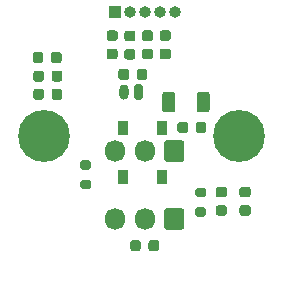
<source format=gbs>
%TF.GenerationSoftware,KiCad,Pcbnew,(5.1.8)-1*%
%TF.CreationDate,2020-11-23T23:28:54+01:00*%
%TF.ProjectId,KLinPump_PCB,4b4c696e-5075-46d7-905f-5043422e6b69,rev?*%
%TF.SameCoordinates,PX6a9eec0PY52f83c0*%
%TF.FileFunction,Soldermask,Bot*%
%TF.FilePolarity,Negative*%
%FSLAX46Y46*%
G04 Gerber Fmt 4.6, Leading zero omitted, Abs format (unit mm)*
G04 Created by KiCad (PCBNEW (5.1.8)-1) date 2020-11-23 23:28:54*
%MOMM*%
%LPD*%
G01*
G04 APERTURE LIST*
%ADD10O,1.000000X1.000000*%
%ADD11R,1.000000X1.000000*%
%ADD12O,0.800000X1.300000*%
%ADD13C,4.400000*%
%ADD14O,1.700000X1.850000*%
%ADD15R,0.900000X1.200000*%
G04 APERTURE END LIST*
D10*
%TO.C,SWD1*%
X15240000Y-2500000D03*
X13970000Y-2500000D03*
X12700000Y-2500000D03*
X11430000Y-2500000D03*
D11*
X10160000Y-2500000D03*
%TD*%
%TO.C,VALVE1*%
G36*
G01*
X12600000Y-8800000D02*
X12600000Y-9700000D01*
G75*
G02*
X12400000Y-9900000I-200000J0D01*
G01*
X12000000Y-9900000D01*
G75*
G02*
X11800000Y-9700000I0J200000D01*
G01*
X11800000Y-8800000D01*
G75*
G02*
X12000000Y-8600000I200000J0D01*
G01*
X12400000Y-8600000D01*
G75*
G02*
X12600000Y-8800000I0J-200000D01*
G01*
G37*
D12*
X10950000Y-9250000D03*
%TD*%
%TO.C,R3*%
G36*
G01*
X18225000Y-9474999D02*
X18225000Y-10725001D01*
G75*
G02*
X17975001Y-10975000I-249999J0D01*
G01*
X17349999Y-10975000D01*
G75*
G02*
X17100000Y-10725001I0J249999D01*
G01*
X17100000Y-9474999D01*
G75*
G02*
X17349999Y-9225000I249999J0D01*
G01*
X17975001Y-9225000D01*
G75*
G02*
X18225000Y-9474999I0J-249999D01*
G01*
G37*
G36*
G01*
X15300000Y-9474999D02*
X15300000Y-10725001D01*
G75*
G02*
X15050001Y-10975000I-249999J0D01*
G01*
X14424999Y-10975000D01*
G75*
G02*
X14175000Y-10725001I0J249999D01*
G01*
X14175000Y-9474999D01*
G75*
G02*
X14424999Y-9225000I249999J0D01*
G01*
X15050001Y-9225000D01*
G75*
G02*
X15300000Y-9474999I0J-249999D01*
G01*
G37*
%TD*%
%TO.C,C8*%
G36*
G01*
X14700000Y-4925000D02*
X14200000Y-4925000D01*
G75*
G02*
X13975000Y-4700000I0J225000D01*
G01*
X13975000Y-4250000D01*
G75*
G02*
X14200000Y-4025000I225000J0D01*
G01*
X14700000Y-4025000D01*
G75*
G02*
X14925000Y-4250000I0J-225000D01*
G01*
X14925000Y-4700000D01*
G75*
G02*
X14700000Y-4925000I-225000J0D01*
G01*
G37*
G36*
G01*
X14700000Y-6475000D02*
X14200000Y-6475000D01*
G75*
G02*
X13975000Y-6250000I0J225000D01*
G01*
X13975000Y-5800000D01*
G75*
G02*
X14200000Y-5575000I225000J0D01*
G01*
X14700000Y-5575000D01*
G75*
G02*
X14925000Y-5800000I0J-225000D01*
G01*
X14925000Y-6250000D01*
G75*
G02*
X14700000Y-6475000I-225000J0D01*
G01*
G37*
%TD*%
%TO.C,C4*%
G36*
G01*
X13190000Y-4925000D02*
X12690000Y-4925000D01*
G75*
G02*
X12465000Y-4700000I0J225000D01*
G01*
X12465000Y-4250000D01*
G75*
G02*
X12690000Y-4025000I225000J0D01*
G01*
X13190000Y-4025000D01*
G75*
G02*
X13415000Y-4250000I0J-225000D01*
G01*
X13415000Y-4700000D01*
G75*
G02*
X13190000Y-4925000I-225000J0D01*
G01*
G37*
G36*
G01*
X13190000Y-6475000D02*
X12690000Y-6475000D01*
G75*
G02*
X12465000Y-6250000I0J225000D01*
G01*
X12465000Y-5800000D01*
G75*
G02*
X12690000Y-5575000I225000J0D01*
G01*
X13190000Y-5575000D01*
G75*
G02*
X13415000Y-5800000I0J-225000D01*
G01*
X13415000Y-6250000D01*
G75*
G02*
X13190000Y-6475000I-225000J0D01*
G01*
G37*
%TD*%
%TO.C,C1*%
G36*
G01*
X11700000Y-6500000D02*
X11200000Y-6500000D01*
G75*
G02*
X10975000Y-6275000I0J225000D01*
G01*
X10975000Y-5825000D01*
G75*
G02*
X11200000Y-5600000I225000J0D01*
G01*
X11700000Y-5600000D01*
G75*
G02*
X11925000Y-5825000I0J-225000D01*
G01*
X11925000Y-6275000D01*
G75*
G02*
X11700000Y-6500000I-225000J0D01*
G01*
G37*
G36*
G01*
X11700000Y-4950000D02*
X11200000Y-4950000D01*
G75*
G02*
X10975000Y-4725000I0J225000D01*
G01*
X10975000Y-4275000D01*
G75*
G02*
X11200000Y-4050000I225000J0D01*
G01*
X11700000Y-4050000D01*
G75*
G02*
X11925000Y-4275000I0J-225000D01*
G01*
X11925000Y-4725000D01*
G75*
G02*
X11700000Y-4950000I-225000J0D01*
G01*
G37*
%TD*%
%TO.C,C3*%
G36*
G01*
X10200000Y-6475000D02*
X9700000Y-6475000D01*
G75*
G02*
X9475000Y-6250000I0J225000D01*
G01*
X9475000Y-5800000D01*
G75*
G02*
X9700000Y-5575000I225000J0D01*
G01*
X10200000Y-5575000D01*
G75*
G02*
X10425000Y-5800000I0J-225000D01*
G01*
X10425000Y-6250000D01*
G75*
G02*
X10200000Y-6475000I-225000J0D01*
G01*
G37*
G36*
G01*
X10200000Y-4925000D02*
X9700000Y-4925000D01*
G75*
G02*
X9475000Y-4700000I0J225000D01*
G01*
X9475000Y-4250000D01*
G75*
G02*
X9700000Y-4025000I225000J0D01*
G01*
X10200000Y-4025000D01*
G75*
G02*
X10425000Y-4250000I0J-225000D01*
G01*
X10425000Y-4700000D01*
G75*
G02*
X10200000Y-4925000I-225000J0D01*
G01*
G37*
%TD*%
D13*
%TO.C,PGND*%
X20700000Y-13000000D03*
%TD*%
%TO.C,Pump+*%
X4200000Y-13000000D03*
%TD*%
%TO.C,C2*%
G36*
G01*
X17025000Y-12500000D02*
X17025000Y-12000000D01*
G75*
G02*
X17250000Y-11775000I225000J0D01*
G01*
X17700000Y-11775000D01*
G75*
G02*
X17925000Y-12000000I0J-225000D01*
G01*
X17925000Y-12500000D01*
G75*
G02*
X17700000Y-12725000I-225000J0D01*
G01*
X17250000Y-12725000D01*
G75*
G02*
X17025000Y-12500000I0J225000D01*
G01*
G37*
G36*
G01*
X15475000Y-12500000D02*
X15475000Y-12000000D01*
G75*
G02*
X15700000Y-11775000I225000J0D01*
G01*
X16150000Y-11775000D01*
G75*
G02*
X16375000Y-12000000I0J-225000D01*
G01*
X16375000Y-12500000D01*
G75*
G02*
X16150000Y-12725000I-225000J0D01*
G01*
X15700000Y-12725000D01*
G75*
G02*
X15475000Y-12500000I0J225000D01*
G01*
G37*
%TD*%
%TO.C,C5*%
G36*
G01*
X3270000Y-9690000D02*
X3270000Y-9190000D01*
G75*
G02*
X3495000Y-8965000I225000J0D01*
G01*
X3945000Y-8965000D01*
G75*
G02*
X4170000Y-9190000I0J-225000D01*
G01*
X4170000Y-9690000D01*
G75*
G02*
X3945000Y-9915000I-225000J0D01*
G01*
X3495000Y-9915000D01*
G75*
G02*
X3270000Y-9690000I0J225000D01*
G01*
G37*
G36*
G01*
X4820000Y-9690000D02*
X4820000Y-9190000D01*
G75*
G02*
X5045000Y-8965000I225000J0D01*
G01*
X5495000Y-8965000D01*
G75*
G02*
X5720000Y-9190000I0J-225000D01*
G01*
X5720000Y-9690000D01*
G75*
G02*
X5495000Y-9915000I-225000J0D01*
G01*
X5045000Y-9915000D01*
G75*
G02*
X4820000Y-9690000I0J225000D01*
G01*
G37*
%TD*%
%TO.C,C6*%
G36*
G01*
X4825000Y-8150000D02*
X4825000Y-7650000D01*
G75*
G02*
X5050000Y-7425000I225000J0D01*
G01*
X5500000Y-7425000D01*
G75*
G02*
X5725000Y-7650000I0J-225000D01*
G01*
X5725000Y-8150000D01*
G75*
G02*
X5500000Y-8375000I-225000J0D01*
G01*
X5050000Y-8375000D01*
G75*
G02*
X4825000Y-8150000I0J225000D01*
G01*
G37*
G36*
G01*
X3275000Y-8150000D02*
X3275000Y-7650000D01*
G75*
G02*
X3500000Y-7425000I225000J0D01*
G01*
X3950000Y-7425000D01*
G75*
G02*
X4175000Y-7650000I0J-225000D01*
G01*
X4175000Y-8150000D01*
G75*
G02*
X3950000Y-8375000I-225000J0D01*
G01*
X3500000Y-8375000D01*
G75*
G02*
X3275000Y-8150000I0J225000D01*
G01*
G37*
%TD*%
%TO.C,C7*%
G36*
G01*
X12925000Y-7500000D02*
X12925000Y-8000000D01*
G75*
G02*
X12700000Y-8225000I-225000J0D01*
G01*
X12250000Y-8225000D01*
G75*
G02*
X12025000Y-8000000I0J225000D01*
G01*
X12025000Y-7500000D01*
G75*
G02*
X12250000Y-7275000I225000J0D01*
G01*
X12700000Y-7275000D01*
G75*
G02*
X12925000Y-7500000I0J-225000D01*
G01*
G37*
G36*
G01*
X11375000Y-7500000D02*
X11375000Y-8000000D01*
G75*
G02*
X11150000Y-8225000I-225000J0D01*
G01*
X10700000Y-8225000D01*
G75*
G02*
X10475000Y-8000000I0J225000D01*
G01*
X10475000Y-7500000D01*
G75*
G02*
X10700000Y-7275000I225000J0D01*
G01*
X11150000Y-7275000D01*
G75*
G02*
X11375000Y-7500000I0J-225000D01*
G01*
G37*
%TD*%
%TO.C,C9*%
G36*
G01*
X3225000Y-6575000D02*
X3225000Y-6075000D01*
G75*
G02*
X3450000Y-5850000I225000J0D01*
G01*
X3900000Y-5850000D01*
G75*
G02*
X4125000Y-6075000I0J-225000D01*
G01*
X4125000Y-6575000D01*
G75*
G02*
X3900000Y-6800000I-225000J0D01*
G01*
X3450000Y-6800000D01*
G75*
G02*
X3225000Y-6575000I0J225000D01*
G01*
G37*
G36*
G01*
X4775000Y-6575000D02*
X4775000Y-6075000D01*
G75*
G02*
X5000000Y-5850000I225000J0D01*
G01*
X5450000Y-5850000D01*
G75*
G02*
X5675000Y-6075000I0J-225000D01*
G01*
X5675000Y-6575000D01*
G75*
G02*
X5450000Y-6800000I-225000J0D01*
G01*
X5000000Y-6800000D01*
G75*
G02*
X4775000Y-6575000I0J225000D01*
G01*
G37*
%TD*%
%TO.C,C10*%
G36*
G01*
X13925000Y-22000000D02*
X13925000Y-22500000D01*
G75*
G02*
X13700000Y-22725000I-225000J0D01*
G01*
X13250000Y-22725000D01*
G75*
G02*
X13025000Y-22500000I0J225000D01*
G01*
X13025000Y-22000000D01*
G75*
G02*
X13250000Y-21775000I225000J0D01*
G01*
X13700000Y-21775000D01*
G75*
G02*
X13925000Y-22000000I0J-225000D01*
G01*
G37*
G36*
G01*
X12375000Y-22000000D02*
X12375000Y-22500000D01*
G75*
G02*
X12150000Y-22725000I-225000J0D01*
G01*
X11700000Y-22725000D01*
G75*
G02*
X11475000Y-22500000I0J225000D01*
G01*
X11475000Y-22000000D01*
G75*
G02*
X11700000Y-21775000I225000J0D01*
G01*
X12150000Y-21775000D01*
G75*
G02*
X12375000Y-22000000I0J-225000D01*
G01*
G37*
%TD*%
%TO.C,C11*%
G36*
G01*
X21450000Y-18175000D02*
X20950000Y-18175000D01*
G75*
G02*
X20725000Y-17950000I0J225000D01*
G01*
X20725000Y-17500000D01*
G75*
G02*
X20950000Y-17275000I225000J0D01*
G01*
X21450000Y-17275000D01*
G75*
G02*
X21675000Y-17500000I0J-225000D01*
G01*
X21675000Y-17950000D01*
G75*
G02*
X21450000Y-18175000I-225000J0D01*
G01*
G37*
G36*
G01*
X21450000Y-19725000D02*
X20950000Y-19725000D01*
G75*
G02*
X20725000Y-19500000I0J225000D01*
G01*
X20725000Y-19050000D01*
G75*
G02*
X20950000Y-18825000I225000J0D01*
G01*
X21450000Y-18825000D01*
G75*
G02*
X21675000Y-19050000I0J-225000D01*
G01*
X21675000Y-19500000D01*
G75*
G02*
X21450000Y-19725000I-225000J0D01*
G01*
G37*
%TD*%
%TO.C,C12*%
G36*
G01*
X18950000Y-18825000D02*
X19450000Y-18825000D01*
G75*
G02*
X19675000Y-19050000I0J-225000D01*
G01*
X19675000Y-19500000D01*
G75*
G02*
X19450000Y-19725000I-225000J0D01*
G01*
X18950000Y-19725000D01*
G75*
G02*
X18725000Y-19500000I0J225000D01*
G01*
X18725000Y-19050000D01*
G75*
G02*
X18950000Y-18825000I225000J0D01*
G01*
G37*
G36*
G01*
X18950000Y-17275000D02*
X19450000Y-17275000D01*
G75*
G02*
X19675000Y-17500000I0J-225000D01*
G01*
X19675000Y-17950000D01*
G75*
G02*
X19450000Y-18175000I-225000J0D01*
G01*
X18950000Y-18175000D01*
G75*
G02*
X18725000Y-17950000I0J225000D01*
G01*
X18725000Y-17500000D01*
G75*
G02*
X18950000Y-17275000I225000J0D01*
G01*
G37*
%TD*%
%TO.C,KLIN1*%
G36*
G01*
X16050000Y-13575000D02*
X16050000Y-14925000D01*
G75*
G02*
X15800000Y-15175000I-250000J0D01*
G01*
X14600000Y-15175000D01*
G75*
G02*
X14350000Y-14925000I0J250000D01*
G01*
X14350000Y-13575000D01*
G75*
G02*
X14600000Y-13325000I250000J0D01*
G01*
X15800000Y-13325000D01*
G75*
G02*
X16050000Y-13575000I0J-250000D01*
G01*
G37*
D14*
X12700000Y-14250000D03*
X10200000Y-14250000D03*
%TD*%
%TO.C,KLIN2*%
X10200000Y-20000000D03*
X12700000Y-20000000D03*
G36*
G01*
X16050000Y-19325000D02*
X16050000Y-20675000D01*
G75*
G02*
X15800000Y-20925000I-250000J0D01*
G01*
X14600000Y-20925000D01*
G75*
G02*
X14350000Y-20675000I0J250000D01*
G01*
X14350000Y-19325000D01*
G75*
G02*
X14600000Y-19075000I250000J0D01*
G01*
X15800000Y-19075000D01*
G75*
G02*
X16050000Y-19325000I0J-250000D01*
G01*
G37*
%TD*%
%TO.C,R5*%
G36*
G01*
X17175000Y-19000000D02*
X17725000Y-19000000D01*
G75*
G02*
X17925000Y-19200000I0J-200000D01*
G01*
X17925000Y-19600000D01*
G75*
G02*
X17725000Y-19800000I-200000J0D01*
G01*
X17175000Y-19800000D01*
G75*
G02*
X16975000Y-19600000I0J200000D01*
G01*
X16975000Y-19200000D01*
G75*
G02*
X17175000Y-19000000I200000J0D01*
G01*
G37*
G36*
G01*
X17175000Y-17350000D02*
X17725000Y-17350000D01*
G75*
G02*
X17925000Y-17550000I0J-200000D01*
G01*
X17925000Y-17950000D01*
G75*
G02*
X17725000Y-18150000I-200000J0D01*
G01*
X17175000Y-18150000D01*
G75*
G02*
X16975000Y-17950000I0J200000D01*
G01*
X16975000Y-17550000D01*
G75*
G02*
X17175000Y-17350000I200000J0D01*
G01*
G37*
%TD*%
D15*
%TO.C,D1*%
X14200000Y-16400000D03*
X10900000Y-16400000D03*
%TD*%
%TO.C,D2*%
X14150000Y-12250000D03*
X10850000Y-12250000D03*
%TD*%
%TO.C,R7*%
G36*
G01*
X7425000Y-15025000D02*
X7975000Y-15025000D01*
G75*
G02*
X8175000Y-15225000I0J-200000D01*
G01*
X8175000Y-15625000D01*
G75*
G02*
X7975000Y-15825000I-200000J0D01*
G01*
X7425000Y-15825000D01*
G75*
G02*
X7225000Y-15625000I0J200000D01*
G01*
X7225000Y-15225000D01*
G75*
G02*
X7425000Y-15025000I200000J0D01*
G01*
G37*
G36*
G01*
X7425000Y-16675000D02*
X7975000Y-16675000D01*
G75*
G02*
X8175000Y-16875000I0J-200000D01*
G01*
X8175000Y-17275000D01*
G75*
G02*
X7975000Y-17475000I-200000J0D01*
G01*
X7425000Y-17475000D01*
G75*
G02*
X7225000Y-17275000I0J200000D01*
G01*
X7225000Y-16875000D01*
G75*
G02*
X7425000Y-16675000I200000J0D01*
G01*
G37*
%TD*%
M02*

</source>
